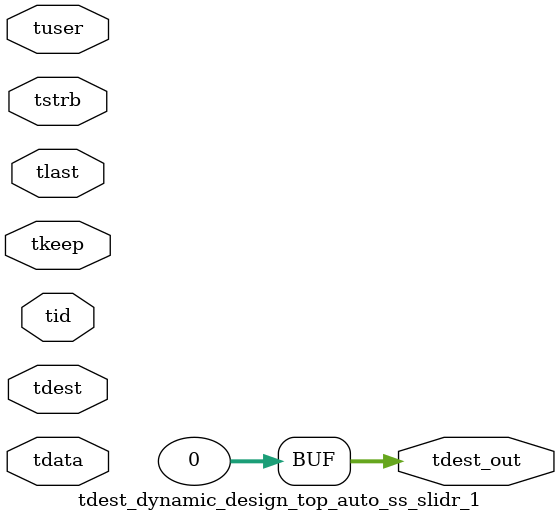
<source format=v>


`timescale 1ps/1ps

module tdest_dynamic_design_top_auto_ss_slidr_1 #
(
parameter C_S_AXIS_TDATA_WIDTH = 32,
parameter C_S_AXIS_TUSER_WIDTH = 0,
parameter C_S_AXIS_TID_WIDTH   = 0,
parameter C_S_AXIS_TDEST_WIDTH = 0,
parameter C_M_AXIS_TDEST_WIDTH = 32
)
(
input  [(C_S_AXIS_TDATA_WIDTH == 0 ? 1 : C_S_AXIS_TDATA_WIDTH)-1:0     ] tdata,
input  [(C_S_AXIS_TUSER_WIDTH == 0 ? 1 : C_S_AXIS_TUSER_WIDTH)-1:0     ] tuser,
input  [(C_S_AXIS_TID_WIDTH   == 0 ? 1 : C_S_AXIS_TID_WIDTH)-1:0       ] tid,
input  [(C_S_AXIS_TDEST_WIDTH == 0 ? 1 : C_S_AXIS_TDEST_WIDTH)-1:0     ] tdest,
input  [(C_S_AXIS_TDATA_WIDTH/8)-1:0 ] tkeep,
input  [(C_S_AXIS_TDATA_WIDTH/8)-1:0 ] tstrb,
input                                                                    tlast,
output [C_M_AXIS_TDEST_WIDTH-1:0] tdest_out
);

assign tdest_out = {1'b0};

endmodule


</source>
